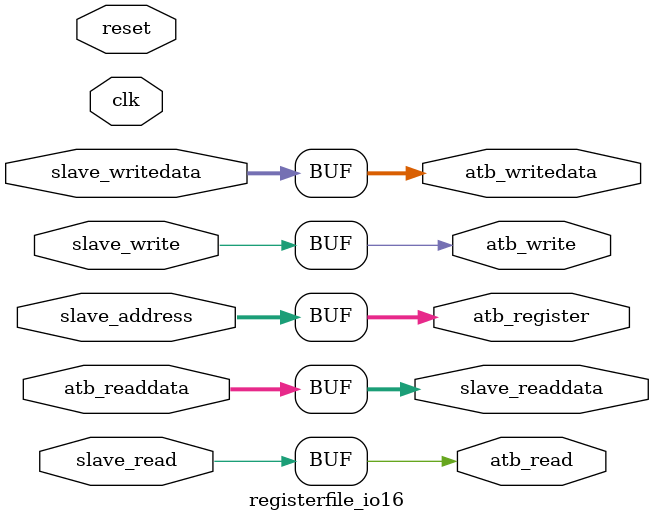
<source format=v>
module registerfile_io16 (
		input  wire        clk,             
		input  wire        slave_read,      
		input  wire        slave_write,     
		input  wire  [5:0]slave_address,    
		output wire [15:0] slave_readdata,  
		input  wire [15:0] slave_writedata, 
		input  wire        reset,           
		output       atb_read,
		output       atb_write,
		output  [5:0]atb_register,
		input  [15:0]atb_readdata,
		output [15:0]atb_writedata
	);
  assign atb_read  = slave_read;
  assign atb_write = slave_write;
  assign atb_register   = slave_address;
  assign atb_writedata  = slave_writedata;
	assign slave_readdata = atb_readdata;
endmodule
</source>
